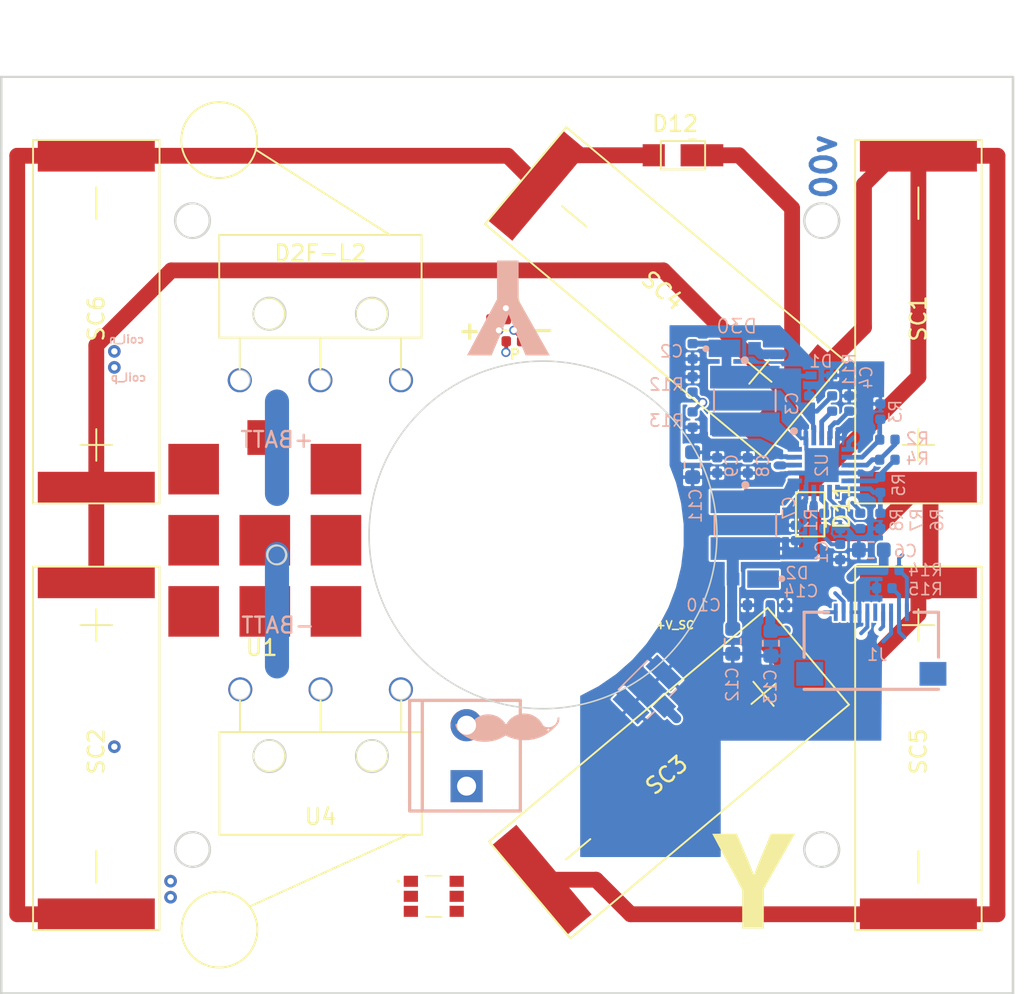
<source format=kicad_pcb>
(kicad_pcb (version 20171130) (host pcbnew "(5.1.4-0-10_14)")
  (layers (0 Top signal) (1 In1.Cu signal hide) (2 In2.Cu signal hide) (3 In3.Cu signal hide) (4 In4.Cu signal hide) (31 Bottom signal hide) (34 B.Paste user hide) (35 F.Paste user) (36 B.SilkS user hide) (37 F.SilkS user) (38 B.Mask user hide) (39 F.Mask user) (44 Edge.Cuts user))
  (net 0 "")
  (net 1 "Net-(D11-Pad2)")
  (net 2 GND)
  (net 3 VOUT_EN)
  (net 4 VSOLAR)
  (net 5 "Net-(C4-Pad1)")
  (net 6 +3V3)
  (net 7 /VBAT)
  (net 8 "Net-(C11-Pad1)")
  (net 9 "Net-(IC2-Pad2)")
  (net 10 SCL1)
  (net 11 SDA1)
  (net 12 COIL_N)
  (net 13 BATT_N)
  (net 14 BATT_P)
  (net 15 "Net-(L1-Pad2)")
  (net 16 "Net-(L2-Pad1)")
  (net 17 VBAT_OK)
  (net 18 "Net-(R5-Pad1)")
  (net 19 "Net-(R7-Pad1)")
  (net 20 BURN1)
  (net 21 COIL_P)
  (net 22 /coil)
  (net 23 "Net-(D11-Pad1)")
  (net 24 "Net-(IC2-Pad5)")
  (net 25 "Net-(R2-Pad2)")
  (net 26 "Net-(R2-Pad1)")
  (net 27 "Net-(R4-Pad1)")
  (net 28 "Net-(R11-Pad1)")
  (net 29 "Net-(J2-Pad3)")
  (net 30 "Net-(J3-Pad2)")
  (net 31 "Net-(J3-Pad1)")
  (net 32 "Net-(U4-Pad1)")
  (module solarpcb:D2F-L2-2 (layer Top) (at 133.17474 89.20734)
    (fp_text reference D2F-L2 (at 0 -8.05) (layer F.SilkS))
    (fp_text value D2F-L2-2)
    (pad 1 thru_hole circle (at 5.1 0) (size 1.524 1.524) (drill 1.2) (layers *.Cu *.Mask))
    (pad 2 thru_hole circle (at 0 0) (size 1.524 1.524) (drill 1.2) (layers *.Cu *.Mask))
    (pad 3 thru_hole circle (at -5.1 0) (size 1.524 1.524) (drill 1.2) (layers *.Cu *.Mask))
  )
  (module custom-footprints:ypanel (layer Bottom) (at 161.925 85.598)
    (fp_text reference Ref** hide)
    (fp_text value Val** hide)
  )
  (module custom-footprints:ypanel (layer Top) (at 177.43678 119.9388)
    (fp_text reference Ref** hide)
    (fp_text value Val** hide)
  )
  (module custom-footprints:D2F-L2 (layer Top) (at 133.18744 108.77042 180)
    (fp_text reference U4 (at 0 -8.05) (layer F.SilkS))
    (fp_text value SW_SPDT)
    (pad 1 thru_hole circle (at -5.08 0 180) (size 1.524 1.524) (drill 1.2) (layers *.Cu *.Mask) (net 32 "Net-(U4-Pad1)"))
    (pad 2 thru_hole circle (at 0 0 180) (size 1.524 1.524) (drill 1.2) (layers *.Cu *.Mask) (net 31 "Net-(J3-Pad1)"))
    (pad 3 thru_hole circle (at 5.08 0 180) (size 1.524 1.524) (drill 1.2) (layers *.Cu *.Mask) (net 13 BATT_N))
  )
  (module custom-footprints:SCREWTERMINAL-3.5MM-2_LOCK (layer Bottom) (at 142.42034 114.71402 90)
    (fp_text reference J3 hide)
    (fp_text value "BATTERY CONNECTOR")
    (pad 2 thru_hole circle (at 3.6778 0 90) (size 2.032 2.032) (drill 1.2) (layers *.Cu *.Mask) (net 30 "Net-(J3-Pad2)"))
    (pad 1 thru_hole rect (at -0.1778 0 90) (size 2.032 2.032) (drill 1.2) (layers *.Cu *.Mask) (net 31 "Net-(J3-Pad1)"))
  )
  (module custom-footprints:U.FL-R-SMT-1 (layer Bottom) (at 153.8605 108.7755 225)
    (fp_text reference J2 hide)
    (fp_text value U.FL-R-SMT-1 hide)
    (pad 3 smd rect (at 0 -1.525 135) (size 1.05 1.05) (layers Bottom B.Paste B.Mask) (net 29 "Net-(J2-Pad3)"))
    (pad 2 smd rect (at 1.475 0 225) (size 1.05 2.25) (layers Bottom B.Paste B.Mask) (net 2 GND))
    (pad 1 smd rect (at -1.475 0 225) (size 1.05 2.25) (layers Bottom B.Paste B.Mask) (net 2 GND))
  )
  (module custom-footprints:MICROSMP (layer Bottom) (at 159.385 87.1855)
    (fp_text reference D30 (at 0.127 -1.397) (layer B.SilkS) (effects (font (size 0.889 0.889) (thickness 0.1016)) (justify mirror)))
    (fp_text value MSS1P4-M3_89A hide)
    (pad 2 smd rect (at 1.25 0 270) (size 0.8 0.8) (layers Bottom B.Paste B.Mask) (net 23 "Net-(D11-Pad1)"))
    (pad 1 smd rect (at -0.65 0 270) (size 1.1 2) (layers Bottom B.Paste B.Mask) (net 4 VSOLAR))
  )
  (module custom-footprints:XF2M-1015-1A (layer Bottom) (at 168.021 103.886 180)
    (fp_text reference J1 (at -0.37186 -2.68404) (layer B.SilkS) (effects (font (size 0.762 0.762) (thickness 0.1016)) (justify mirror)))
    (fp_text value XF2M-1015-1A hide)
    (pad 12 smd rect (at 3.9 -3.9 90) (size 1.5 1.7) (layers Bottom B.Paste B.Mask))
    (pad 11 smd rect (at -3.9 -3.9 90) (size 1.5 1.7) (layers Bottom B.Paste B.Mask))
    (pad 10 smd rect (at 2.25 0 180) (size 0.25 1.1) (layers Bottom B.Paste B.Mask) (net 21 COIL_P))
    (pad 9 smd rect (at 1.75 0 180) (size 0.25 1.1) (layers Bottom B.Paste B.Mask) (net 12 COIL_N))
    (pad 8 smd rect (at 1.25 0 180) (size 0.25 1.1) (layers Bottom B.Paste B.Mask) (net 2 GND))
    (pad 7 smd rect (at 0.75 0 180) (size 0.25 1.1) (layers Bottom B.Paste B.Mask) (net 2 GND))
    (pad 6 smd rect (at 0.25 0 180) (size 0.25 1.1) (layers Bottom B.Paste B.Mask) (net 6 +3V3))
    (pad 5 smd rect (at -0.25 0 180) (size 0.25 1.1) (layers Bottom B.Paste B.Mask) (net 20 BURN1))
    (pad 4 smd rect (at -0.75 0 180) (size 0.25 1.1) (layers Bottom B.Paste B.Mask) (net 10 SCL1))
    (pad 3 smd rect (at -1.25 0 180) (size 0.25 1.1) (layers Bottom B.Paste B.Mask) (net 11 SDA1))
    (pad 2 smd rect (at -1.75 0 180) (size 0.25 1.1) (layers Bottom B.Paste B.Mask) (net 13 BATT_N))
    (pad 1 smd rect (at -2.25 0 180) (size 0.25 1.1) (layers Bottom B.Paste B.Mask) (net 14 BATT_P))
  )
  (module solarpcb:TSL2561 (layer Top) (at 140.3477 121.86412)
    (fp_text reference IC2 hide)
    (fp_text value TSL2561 hide)
    (pad 1 smd rect (at -1.45 -0.95 90) (size 0.7 0.9) (layers Top F.Paste F.Mask) (net 6 +3V3))
    (pad 2 smd rect (at -1.45 0 90) (size 0.7 0.9) (layers Top F.Paste F.Mask) (net 9 "Net-(IC2-Pad2)"))
    (pad 3 smd rect (at -1.45 0.95 90) (size 0.7 0.9) (layers Top F.Paste F.Mask) (net 2 GND))
    (pad 4 smd rect (at 1.45 0.95 90) (size 0.7 0.9) (layers Top F.Paste F.Mask) (net 10 SCL1))
    (pad 5 smd rect (at 1.45 0 90) (size 0.7 0.9) (layers Top F.Paste F.Mask) (net 24 "Net-(IC2-Pad5)"))
    (pad 6 smd rect (at 1.45 -0.95 90) (size 0.7 0.9) (layers Top F.Paste F.Mask) (net 11 SDA1))
  )
  (module solarpcb:SWLP-12-B (layer Top) (at 129.65938 99.33178 180)
    (fp_text reference U1 (at 0.2 -6.8) (layer F.SilkS))
    (fp_text value SWLP.12.B)
    (pad 9 smd rect (at 4.5 4.5 180) (size 3.2 3.2) (layers Top F.Paste F.Mask) (net 2 GND))
    (pad 8 smd rect (at 0 6.5 180) (size 2.2 2.2) (layers Top F.Paste F.Mask) (net 29 "Net-(J2-Pad3)"))
    (pad 7 smd rect (at -4.5 4.5 180) (size 3.2 3.2) (layers Top F.Paste F.Mask) (net 2 GND))
    (pad 6 smd rect (at 4.5 0 180) (size 3.2 3.2) (layers Top F.Paste F.Mask) (net 2 GND))
    (pad 5 smd rect (at 0 0 180) (size 3.2 3.2) (layers Top F.Paste F.Mask) (net 2 GND))
    (pad 4 smd rect (at -4.5 0 180) (size 3.2 3.2) (layers Top F.Paste F.Mask) (net 2 GND))
    (pad 3 smd rect (at 4.5 -4.5 180) (size 3.2 3.2) (layers Top F.Paste F.Mask) (net 2 GND))
    (pad 2 smd rect (at 0 -4.5 180) (size 3.2 3.2) (layers Top F.Paste F.Mask) (net 2 GND))
    (pad 1 smd rect (at -4.5 -4.5 180) (size 3.2 3.2) (layers Top F.Paste F.Mask) (net 2 GND))
  )
  (module solarpcb:KXOB25-05X3F (layer Top) (at 119 96 90)
    (fp_text reference SC6 (at 10.7 0 90) (layer F.SilkS))
    (fp_text value solarcell)
    (pad 1 smd rect (at 0 0 90) (size 2 7.4) (layers Top F.Paste F.Mask) (net 1 "Net-(D11-Pad2)"))
    (pad 2 smd rect (at 21 0 90) (size 2 7.4) (layers Top F.Paste F.Mask) (net 2 GND))
  )
  (module solarpcb:KXOB25-05X3F (layer Top) (at 171 102 270)
    (fp_text reference SC5 (at 10.7 0 90) (layer F.SilkS))
    (fp_text value solarcell)
    (pad 1 smd rect (at 0 0 270) (size 2 7.4) (layers Top F.Paste F.Mask) (net 23 "Net-(D11-Pad1)"))
    (pad 2 smd rect (at 21 0 270) (size 2 7.4) (layers Top F.Paste F.Mask) (net 1 "Net-(D11-Pad2)"))
  )
  (module solarpcb:KXOB25-05X3F (layer Top) (at 163.01212 90.3986 140)
    (fp_text reference SC4 (at 10.7 0 140) (layer F.SilkS))
    (fp_text value solarcell)
    (pad 1 smd rect (at 0 0 140) (size 2 7.4) (layers Top F.Paste F.Mask) (net 1 "Net-(D11-Pad2)"))
    (pad 2 smd rect (at 21 0 140) (size 2 7.4) (layers Top F.Paste F.Mask) (net 2 GND))
  )
  (module solarpcb:KXOB25-05X3F (layer Top) (at 163.2712 107.315 220)
    (fp_text reference SC3 (at 10.7 0 40) (layer F.SilkS))
    (fp_text value solarcell)
    (pad 1 smd rect (at 0 0 220) (size 2 7.4) (layers Top F.Paste F.Mask) (net 23 "Net-(D11-Pad1)"))
    (pad 2 smd rect (at 21 0 220) (size 2 7.4) (layers Top F.Paste F.Mask) (net 1 "Net-(D11-Pad2)"))
  )
  (module solarpcb:KXOB25-05X3F (layer Top) (at 119 102 270)
    (fp_text reference SC2 (at 10.7 0 90) (layer F.SilkS))
    (fp_text value solarcell)
    (pad 1 smd rect (at 0 0 270) (size 2 7.4) (layers Top F.Paste F.Mask) (net 1 "Net-(D11-Pad2)"))
    (pad 2 smd rect (at 21 0 270) (size 2 7.4) (layers Top F.Paste F.Mask) (net 2 GND))
  )
  (module solarpcb:KXOB25-05X3F (layer Top) (at 171 96 90)
    (fp_text reference SC1 (at 10.7 0 90) (layer F.SilkS))
    (fp_text value solarcell)
    (pad 1 smd rect (at 0 0 90) (size 2 7.4) (layers Top F.Paste F.Mask) (net 23 "Net-(D11-Pad1)"))
    (pad 2 smd rect (at 21 0 90) (size 2 7.4) (layers Top F.Paste F.Mask) (net 1 "Net-(D11-Pad2)"))
  )
  (module solarpcb:SB-Diode (layer Top) (at 156.10928 74.9681 180)
    (fp_text reference D12 (at 0.5 2) (layer F.SilkS))
    (fp_text value bypassdiode)
    (pad 1 smd rect (at -1.2 0 180) (size 2.7 1.4) (layers Top F.Paste F.Mask) (net 1 "Net-(D11-Pad2)"))
    (pad 2 smd rect (at 1.85 0 180) (size 1.4 1.4) (layers Top F.Paste F.Mask) (net 2 GND))
  )
  (module solarpcb:SB-Diode (layer Top) (at 164.15258 97.6884 90)
    (fp_text reference D11 (at 0.5 2 90) (layer F.SilkS))
    (fp_text value bypassdiode)
    (pad 1 smd rect (at -1.2 0 90) (size 2.7 1.4) (layers Top F.Paste F.Mask) (net 23 "Net-(D11-Pad1)"))
    (pad 2 smd rect (at 1.85 0 90) (size 1.4 1.4) (layers Top F.Paste F.Mask) (net 1 "Net-(D11-Pad2)"))
  )
  (module Resistor_SMD:R_0402_1005Metric (layer Top) (at 145.415 85.344 180)
    (fp_text reference R19 hide)
    (fp_text value 0)
    (pad 2 smd roundrect (at 0.485 0 180) (size 0.59 0.64) (layers Top F.Paste F.Mask) (net 12 COIL_N))
    (pad 1 smd roundrect (at -0.485 0 180) (size 0.59 0.64) (layers Top F.Paste F.Mask) (net 22 /coil))
  )
  (module Resistor_SMD:R_0402_1005Metric (layer Top) (at 144.44472 85.344 180)
    (fp_text reference R4 hide)
    (fp_text value 0)
    (pad 2 smd roundrect (at 0.485 0 180) (size 0.59 0.64) (layers Top F.Paste F.Mask) (net 22 /coil))
    (pad 1 smd roundrect (at -0.485 0 180) (size 0.59 0.64) (layers Top F.Paste F.Mask) (net 12 COIL_N))
  )
  (module Resistor_SMD:R_0402_1005Metric (layer Top) (at 145.415 86.741 180)
    (fp_text reference R3 hide)
    (fp_text value 0)
    (pad 2 smd roundrect (at 0.485 0 180) (size 0.59 0.64) (layers Top F.Paste F.Mask) (net 21 COIL_P))
    (pad 1 smd roundrect (at -0.485 0 180) (size 0.59 0.64) (layers Top F.Paste F.Mask) (net 22 /coil))
  )
  (module Resistor_SMD:R_0402_1005Metric (layer Top) (at 144.44472 86.741 180)
    (fp_text reference R2 hide)
    (fp_text value 0)
    (pad 2 smd roundrect (at 0.485 0 180) (size 0.59 0.64) (layers Top F.Paste F.Mask) (net 22 /coil))
    (pad 1 smd roundrect (at -0.485 0 180) (size 0.59 0.64) (layers Top F.Paste F.Mask) (net 21 COIL_P))
  )
  (module Capacitor_SMD:C_0603_1608Metric (layer Bottom) (at 168.021 99.949 180)
    (fp_text reference C6 (at -2.159 -0.0635 180) (layer B.SilkS) (effects (font (size 0.762 0.762) (thickness 0.1016)) (justify mirror)))
    (fp_text value 100uF)
    (pad 2 smd roundrect (at 0.7875 0 180) (size 0.875 0.95) (layers Bottom B.Paste B.Mask) (net 2 GND))
    (pad 1 smd roundrect (at -0.7875 0 180) (size 0.875 0.95) (layers Bottom B.Paste B.Mask) (net 7 /VBAT))
  )
  (module Capacitor_SMD:C_0402_1005Metric (layer Bottom) (at 158.278344 94.59466 270)
    (fp_text reference C9 (at 0.02034 -0.916156 90) (layer B.SilkS) (effects (font (size 0.762 0.762) (thickness 0.1016)) (justify mirror)))
    (fp_text value 0.1uF)
    (pad 2 smd roundrect (at 0.485 0 270) (size 0.59 0.64) (layers Bottom B.Paste B.Mask) (net 2 GND))
    (pad 1 smd roundrect (at -0.485 0 270) (size 0.59 0.64) (layers Bottom B.Paste B.Mask) (net 8 "Net-(C11-Pad1)"))
  )
  (module Capacitor_SMD:C_0603_1608Metric (layer Bottom) (at 161.671 105.8545 270)
    (fp_text reference C13 (at 2.7305 0.033 270) (layer B.SilkS) (effects (font (size 0.762 0.762) (thickness 0.1016)) (justify mirror)))
    (fp_text value 100uF)
    (pad 2 smd roundrect (at 0.7875 0 270) (size 0.875 0.95) (layers Bottom B.Paste B.Mask) (net 2 GND))
    (pad 1 smd roundrect (at -0.7875 0 270) (size 0.875 0.95) (layers Bottom B.Paste B.Mask) (net 6 +3V3))
  )
  (module misc-circuits:SOD523 (layer Bottom) (at 164.811 88.9)
    (fp_text reference D1 (at -0.7905 -1.3335) (layer B.SilkS) (effects (font (size 0.762 0.762) (thickness 0.1016)) (justify right top mirror)))
    (fp_text value BZT52C4V7t)
    (pad C smd rect (at -0.6 0) (size 0.7 0.5) (layers Bottom B.Paste B.Mask) (net 4 VSOLAR))
    (pad A smd rect (at 0.7 0) (size 0.7 0.5) (layers Bottom B.Paste B.Mask) (net 2 GND))
  )
  (module misc-circuits:QFN50P350X350X100-21N-D (layer Bottom) (at 164.882344 94.57466 270)
    (fp_text reference U2 (at 0 0 90) (layer B.SilkS) (effects (font (size 0.762 0.762) (thickness 0.1016)) (justify mirror)))
    (fp_text value Value hide)
    (pad 21 smd rect (at 0 0 270) (size 2.15 2.15) (layers Bottom B.Paste B.Mask) (net 2 GND))
    (pad 20 smd rect (at -1 1.7 270) (size 0.3 0.9) (layers Bottom B.Paste B.Mask) (net 15 "Net-(L1-Pad2)"))
    (pad 19 smd rect (at -0.5 1.7 270) (size 0.3 0.9) (layers Bottom B.Paste B.Mask) (net 8 "Net-(C11-Pad1)"))
    (pad 18 smd rect (at 0 1.7 270) (size 0.3 0.9) (layers Bottom B.Paste B.Mask) (net 7 /VBAT))
    (pad 17 smd rect (at 0.5 1.7 270) (size 0.3 0.9) (layers Bottom B.Paste B.Mask) (net 2 GND))
    (pad 16 smd rect (at 1 1.7 270) (size 0.3 0.9) (layers Bottom B.Paste B.Mask) (net 16 "Net-(L2-Pad1)"))
    (pad 15 smd rect (at 1.7 1 180) (size 0.3 0.9) (layers Bottom B.Paste B.Mask) (net 2 GND))
    (pad 14 smd rect (at 1.7 0.5 180) (size 0.3 0.9) (layers Bottom B.Paste B.Mask) (net 6 +3V3))
    (pad 13 smd rect (at 1.7 0 180) (size 0.3 0.9) (layers Bottom B.Paste B.Mask) (net 17 VBAT_OK))
    (pad 12 smd rect (at 1.7 -0.5 180) (size 0.3 0.9) (layers Bottom B.Paste B.Mask) (net 19 "Net-(R7-Pad1)"))
    (pad 11 smd rect (at 1.7 -1 180) (size 0.3 0.9) (layers Bottom B.Paste B.Mask) (net 18 "Net-(R5-Pad1)"))
    (pad 10 smd rect (at 1 -1.7 270) (size 0.3 0.9) (layers Bottom B.Paste B.Mask) (net 27 "Net-(R4-Pad1)"))
    (pad 9 smd rect (at 0.5 -1.7 270) (size 0.3 0.9) (layers Bottom B.Paste B.Mask) (net 2 GND))
    (pad 8 smd rect (at 0 -1.7 270) (size 0.3 0.9) (layers Bottom B.Paste B.Mask) (net 25 "Net-(R2-Pad2)"))
    (pad 7 smd rect (at -0.5 -1.7 270) (size 0.3 0.9) (layers Bottom B.Paste B.Mask) (net 26 "Net-(R2-Pad1)"))
    (pad 6 smd rect (at -1 -1.7 270) (size 0.3 0.9) (layers Bottom B.Paste B.Mask) (net 3 VOUT_EN))
    (pad 5 smd rect (at -1.7 -1 180) (size 0.3 0.9) (layers Bottom B.Paste B.Mask) (net 2 GND))
    (pad 4 smd rect (at -1.7 -0.5 180) (size 0.3 0.9) (layers Bottom B.Paste B.Mask) (net 5 "Net-(C4-Pad1)"))
    (pad 3 smd rect (at -1.7 0 180) (size 0.3 0.9) (layers Bottom B.Paste B.Mask) (net 28 "Net-(R11-Pad1)"))
    (pad 2 smd rect (at -1.7 0.5 180) (size 0.3 0.9) (layers Bottom B.Paste B.Mask) (net 4 VSOLAR))
    (pad 1 smd rect (at -1.7 1 180) (size 0.3 0.9) (layers Bottom B.Paste B.Mask) (net 2 GND))
  )
  (module custom-footprints:MICROSMP (layer Bottom) (at 160.528 101.7905 180)
    (fp_text reference D2 (at -2.794 0.381 180) (layer B.SilkS) (effects (font (size 0.762 0.762) (thickness 0.1016)) (justify mirror)))
    (fp_text value MSS1P4-M3_89A hide)
    (pad 2 smd rect (at 1.25 0 90) (size 0.8 0.8) (layers Bottom B.Paste B.Mask) (net 6 +3V3))
    (pad 1 smd rect (at -0.65 0 90) (size 1.1 2) (layers Bottom B.Paste B.Mask) (net 6 +3V3))
  )
  (module Resistor_SMD:R_0402_1005Metric (layer Bottom) (at 168.5925 91.186 270)
    (fp_text reference R3 (at 0 -0.9525 270) (layer B.SilkS) (effects (font (size 0.762 0.762) (thickness 0.1016)) (justify mirror)))
    (fp_text value 5.62M)
    (pad 2 smd roundrect (at 0.485 0 270) (size 0.59 0.64) (layers Bottom B.Paste B.Mask) (net 26 "Net-(R2-Pad1)"))
    (pad 1 smd roundrect (at -0.485 0 270) (size 0.59 0.64) (layers Bottom B.Paste B.Mask) (net 2 GND))
  )
  (module Resistor_SMD:R_0402_1005Metric (layer Bottom) (at 169.037 92.964)
    (fp_text reference R2 (at 1.905 -0.0635 180) (layer B.SilkS) (effects (font (size 0.762 0.762) (thickness 0.1016)) (justify mirror)))
    (fp_text value 7.32M)
    (pad 2 smd roundrect (at 0.485 0) (size 0.59 0.64) (layers Bottom B.Paste B.Mask) (net 25 "Net-(R2-Pad2)"))
    (pad 1 smd roundrect (at -0.485 0) (size 0.59 0.64) (layers Bottom B.Paste B.Mask) (net 26 "Net-(R2-Pad1)"))
  )
  (module Resistor_SMD:R_0402_1005Metric (layer Bottom) (at 156.718 91.694 90)
    (fp_text reference R13 (at -0.0635 -1.651) (layer B.SilkS) (effects (font (size 0.762 0.762) (thickness 0.1016)) (justify mirror)))
    (fp_text value 0)
    (pad 2 smd roundrect (at 0.485 0 90) (size 0.59 0.64) (layers Bottom B.Paste B.Mask) (net 28 "Net-(R11-Pad1)"))
    (pad 1 smd roundrect (at -0.485 0 90) (size 0.59 0.64) (layers Bottom B.Paste B.Mask) (net 8 "Net-(C11-Pad1)"))
  )
  (module Capacitor_SMD:C_0402_1005Metric (layer Bottom) (at 160.2105 94.59466 270)
    (fp_text reference C8 (at 0.02034 -0.9525 90) (layer B.SilkS) (effects (font (size 0.762 0.762) (thickness 0.1016)) (justify mirror)))
    (fp_text value 4.7uF)
    (pad 2 smd roundrect (at 0.485 0 270) (size 0.59 0.64) (layers Bottom B.Paste B.Mask) (net 2 GND))
    (pad 1 smd roundrect (at -0.485 0 270) (size 0.59 0.64) (layers Bottom B.Paste B.Mask) (net 8 "Net-(C11-Pad1)"))
  )
  (module Capacitor_SMD:C_0603_1608Metric (layer Bottom) (at 159.258 105.7275 270)
    (fp_text reference C12 (at 2.7305 0.033 270) (layer B.SilkS) (effects (font (size 0.762 0.762) (thickness 0.1016)) (justify mirror)))
    (fp_text value 100uF)
    (pad 2 smd roundrect (at 0.7875 0 270) (size 0.875 0.95) (layers Bottom B.Paste B.Mask) (net 2 GND))
    (pad 1 smd roundrect (at -0.7875 0 270) (size 0.875 0.95) (layers Bottom B.Paste B.Mask) (net 6 +3V3))
  )
  (module Capacitor_SMD:C_0402_1005Metric (layer Bottom) (at 162.1155 103.4415)
    (fp_text reference C14 (at 1.4605 -0.889) (layer B.SilkS) (effects (font (size 0.762 0.762) (thickness 0.1016)) (justify mirror)))
    (fp_text value 0.1uF)
    (pad 2 smd roundrect (at 0.485 0) (size 0.59 0.64) (layers Bottom B.Paste B.Mask) (net 2 GND))
    (pad 1 smd roundrect (at -0.485 0) (size 0.59 0.64) (layers Bottom B.Paste B.Mask) (net 6 +3V3))
  )
  (module Resistor_SMD:R_0402_1005Metric (layer Bottom) (at 169.037 94.234 180)
    (fp_text reference R4 (at -1.905 0.0635 180) (layer B.SilkS) (effects (font (size 0.762 0.762) (thickness 0.1016)) (justify mirror)))
    (fp_text value 374K)
    (pad 2 smd roundrect (at 0.485 0 180) (size 0.59 0.64) (layers Bottom B.Paste B.Mask) (net 25 "Net-(R2-Pad2)"))
    (pad 1 smd roundrect (at -0.485 0 180) (size 0.59 0.64) (layers Bottom B.Paste B.Mask) (net 27 "Net-(R4-Pad1)"))
  )
  (module Resistor_SMD:R_0402_1005Metric (layer Bottom) (at 166.0525 98.1075 90)
    (fp_text reference R8 (at 0.0635 3.583 90) (layer B.SilkS) (effects (font (size 0.762 0.762) (thickness 0.1016)) (justify mirror)))
    (fp_text value 4.75M)
    (pad 2 smd roundrect (at 0.485 0 90) (size 0.59 0.64) (layers Bottom B.Paste B.Mask) (net 19 "Net-(R7-Pad1)"))
    (pad 1 smd roundrect (at -0.485 0 90) (size 0.59 0.64) (layers Bottom B.Paste B.Mask) (net 2 GND))
  )
  (module Resistor_SMD:R_0402_1005Metric (layer Bottom) (at 168.5925 98.1075 90)
    (fp_text reference R6 (at 0.0635 3.583 90) (layer B.SilkS) (effects (font (size 0.762 0.762) (thickness 0.1016)) (justify mirror)))
    (fp_text value 4.53M)
    (pad 2 smd roundrect (at 0.485 0 90) (size 0.59 0.64) (layers Bottom B.Paste B.Mask) (net 18 "Net-(R5-Pad1)"))
    (pad 1 smd roundrect (at -0.485 0 90) (size 0.59 0.64) (layers Bottom B.Paste B.Mask) (net 2 GND))
  )
  (module Resistor_SMD:R_0402_1005Metric (layer Bottom) (at 167.3225 98.1075 90)
    (fp_text reference R7 (at 0.0635 3.583 90) (layer B.SilkS) (effects (font (size 0.762 0.762) (thickness 0.1016)) (justify mirror)))
    (fp_text value 8.25M)
    (pad 2 smd roundrect (at 0.485 0 90) (size 0.59 0.64) (layers Bottom B.Paste B.Mask) (net 25 "Net-(R2-Pad2)"))
    (pad 1 smd roundrect (at -0.485 0 90) (size 0.59 0.64) (layers Bottom B.Paste B.Mask) (net 19 "Net-(R7-Pad1)"))
  )
  (module Resistor_SMD:R_0402_1005Metric (layer Bottom) (at 168.5925 95.8215 90)
    (fp_text reference R5 (at 0 1.17 90) (layer B.SilkS) (effects (font (size 0.762 0.762) (thickness 0.1016)) (justify mirror)))
    (fp_text value 8.25M)
    (pad 2 smd roundrect (at 0.485 0 90) (size 0.59 0.64) (layers Bottom B.Paste B.Mask) (net 27 "Net-(R4-Pad1)"))
    (pad 1 smd roundrect (at -0.485 0 90) (size 0.59 0.64) (layers Bottom B.Paste B.Mask) (net 18 "Net-(R5-Pad1)"))
  )
  (module Resistor_SMD:R_0402_1005Metric (layer Bottom) (at 165.5445 90.678 90)
    (fp_text reference R11 (at 2.0955 1.0795 90) (layer B.SilkS) (effects (font (size 0.762 0.762) (thickness 0.1016)) (justify mirror)))
    (fp_text value 0)
    (pad 2 smd roundrect (at 0.485 0 90) (size 0.59 0.64) (layers Bottom B.Paste B.Mask) (net 4 VSOLAR))
    (pad 1 smd roundrect (at -0.485 0 90) (size 0.59 0.64) (layers Bottom B.Paste B.Mask) (net 28 "Net-(R11-Pad1)"))
  )
  (module Resistor_SMD:R_0402_1005Metric (layer Bottom) (at 156.718 89.4715 270)
    (fp_text reference R12 (at 0 1.651) (layer B.SilkS) (effects (font (size 0.762 0.762) (thickness 0.1016)) (justify mirror)))
    (fp_text value 0)
    (pad 2 smd roundrect (at 0.485 0 270) (size 0.59 0.64) (layers Bottom B.Paste B.Mask) (net 28 "Net-(R11-Pad1)"))
    (pad 1 smd roundrect (at -0.485 0 270) (size 0.59 0.64) (layers Bottom B.Paste B.Mask) (net 2 GND))
  )
  (module Resistor_SMD:R_0402_1005Metric (layer Bottom) (at 169.291 101.219 180)
    (fp_text reference R14 (at -2.159 0) (layer B.SilkS) (effects (font (size 0.762 0.762) (thickness 0.1016)) (justify mirror)))
    (fp_text value 0)
    (pad 2 smd roundrect (at 0.485 0 180) (size 0.59 0.64) (layers Bottom B.Paste B.Mask) (net 7 /VBAT))
    (pad 1 smd roundrect (at -0.485 0 180) (size 0.59 0.64) (layers Bottom B.Paste B.Mask) (net 14 BATT_P))
  )
  (module Resistor_SMD:R_0402_1005Metric (layer Bottom) (at 168.8465 102.362 180)
    (fp_text reference R15 (at -2.6035 -0.0635 180) (layer B.SilkS) (effects (font (size 0.762 0.762) (thickness 0.1016)) (justify mirror)))
    (fp_text value 0)
    (pad 2 smd roundrect (at 0.485 0 180) (size 0.59 0.64) (layers Bottom B.Paste B.Mask) (net 2 GND))
    (pad 1 smd roundrect (at -0.485 0 180) (size 0.59 0.64) (layers Bottom B.Paste B.Mask) (net 13 BATT_N))
  )
  (module Resistor_SMD:R_0402_1005Metric (layer Bottom) (at 165.0365 98.1075 270)
    (fp_text reference R1 (at -0.0635 0.8255 90) (layer B.SilkS) (effects (font (size 0.762 0.762) (thickness 0.1016)) (justify mirror)))
    (fp_text value 0)
    (pad 2 smd roundrect (at 0.485 0 270) (size 0.59 0.64) (layers Bottom B.Paste B.Mask) (net 3 VOUT_EN))
    (pad 1 smd roundrect (at -0.485 0 270) (size 0.59 0.64) (layers Bottom B.Paste B.Mask) (net 17 VBAT_OK))
  )
  (module misc-circuits:LPS4018 (layer Bottom) (at 160.05302 98.37674 270)
    (fp_text reference L2 hide)
    (fp_text value 10uH-LPS4018-103MR hide)
    (pad 2 smd rect (at 1.47955 0 270) (size 1.4351 4.3942) (layers Bottom B.Paste B.Mask) (net 6 +3V3))
    (pad 1 smd rect (at -1.47955 0 270) (size 1.4351 4.3942) (layers Bottom B.Paste B.Mask) (net 16 "Net-(L2-Pad1)"))
  )
  (module misc-circuits:LPS4018 (layer Bottom) (at 160.02 90.4875 270)
    (fp_text reference L1 hide)
    (fp_text value 22uH-LPS4018-223MR hide)
    (pad 2 smd rect (at 1.47955 0 270) (size 1.4351 4.3942) (layers Bottom B.Paste B.Mask) (net 15 "Net-(L1-Pad2)"))
    (pad 1 smd rect (at -1.47955 0 270) (size 1.4351 4.3942) (layers Bottom B.Paste B.Mask) (net 4 VSOLAR))
  )
  (module Capacitor_SMD:C_0603_1608Metric (layer Bottom) (at 156.718 94.5515 270)
    (fp_text reference C11 (at 2.6035 -0.1905 90) (layer B.SilkS) (effects (font (size 0.762 0.762) (thickness 0.1016)) (justify mirror)))
    (fp_text value 100uF)
    (pad 2 smd roundrect (at 0.7875 0 270) (size 0.875 0.95) (layers Bottom B.Paste B.Mask) (net 2 GND))
    (pad 1 smd roundrect (at -0.7875 0 270) (size 0.875 0.95) (layers Bottom B.Paste B.Mask) (net 8 "Net-(C11-Pad1)"))
  )
  (module Capacitor_SMD:C_0402_1005Metric (layer Bottom) (at 163.2585 98.8695 90)
    (fp_text reference C7 (at 1.5875 -0.4445 90) (layer B.SilkS) (effects (font (size 0.762 0.762) (thickness 0.1016)) (justify mirror)))
    (fp_text value 22uF)
    (pad 2 smd roundrect (at 0.485 0 90) (size 0.59 0.64) (layers Bottom B.Paste B.Mask) (net 2 GND))
    (pad 1 smd roundrect (at -0.485 0 90) (size 0.59 0.64) (layers Bottom B.Paste B.Mask) (net 6 +3V3))
  )
  (module Capacitor_SMD:C_0402_1005Metric (layer Bottom) (at 166.624 90.678 90)
    (fp_text reference C4 (at 1.651 1.0795 90) (layer B.SilkS) (effects (font (size 0.762 0.762) (thickness 0.1016)) (justify mirror)))
    (fp_text value 10nF)
    (pad 2 smd roundrect (at 0.485 0 90) (size 0.59 0.64) (layers Bottom B.Paste B.Mask) (net 2 GND))
    (pad 1 smd roundrect (at -0.485 0 90) (size 0.59 0.64) (layers Bottom B.Paste B.Mask) (net 5 "Net-(C4-Pad1)"))
  )
  (module Capacitor_SMD:C_0402_1005Metric (layer Bottom) (at 156.718 87.376 270)
    (fp_text reference C2 (at 0 1.3335) (layer B.SilkS) (effects (font (size 0.762 0.762) (thickness 0.1016)) (justify mirror)))
    (fp_text value 0.1uF)
    (pad 2 smd roundrect (at 0.485 0 270) (size 0.59 0.64) (layers Bottom B.Paste B.Mask) (net 2 GND))
    (pad 1 smd roundrect (at -0.485 0 270) (size 0.59 0.64) (layers Bottom B.Paste B.Mask) (net 4 VSOLAR))
  )
  (module Capacitor_SMD:C_0402_1005Metric (layer Bottom) (at 159.7025 103.4415)
    (fp_text reference C10 (at -2.286 0 180) (layer B.SilkS) (effects (font (size 0.762 0.762) (thickness 0.1016)) (justify mirror)))
    (fp_text value 0.1uF)
    (pad 2 smd roundrect (at 0.485 0) (size 0.59 0.64) (layers Bottom B.Paste B.Mask) (net 2 GND))
    (pad 1 smd roundrect (at -0.485 0) (size 0.59 0.64) (layers Bottom B.Paste B.Mask) (net 6 +3V3))
  )
  (module Capacitor_SMD:C_0402_1005Metric (layer Bottom) (at 164.084 90.678 90)
    (fp_text reference C3 (at 0 -1.0795 90) (layer B.SilkS) (effects (font (size 0.762 0.762) (thickness 0.1016)) (justify mirror)))
    (fp_text value 4.7uF)
    (pad 2 smd roundrect (at 0.485 0 90) (size 0.59 0.64) (layers Bottom B.Paste B.Mask) (net 2 GND))
    (pad 1 smd roundrect (at -0.485 0 90) (size 0.59 0.64) (layers Bottom B.Paste B.Mask) (net 4 VSOLAR))
  )
  (module Capacitor_SMD:C_0402_1005Metric (layer Bottom) (at 166.0525 100.076 270)
    (fp_text reference C1 (at 0 1.17 90) (layer B.SilkS) (effects (font (size 0.762 0.762) (thickness 0.1016)) (justify mirror)))
    (fp_text value 1.0uF)
    (pad 2 smd roundrect (at 0.485 0 270) (size 0.59 0.64) (layers Bottom B.Paste B.Mask) (net 2 GND))
    (pad 1 smd roundrect (at -0.485 0 270) (size 0.59 0.64) (layers Bottom B.Paste B.Mask) (net 3 VOUT_EN))
  )
  (gr_circle (center 164.85944 79.09306) (end 163.75944 79.09306) (layer Edge.Cuts) (width 0.1))
  (gr_line (start 176.95944 127.99306) (end 176.95944 69.99306) (layer Edge.Cuts) (width 0.1))
  (gr_circle (center 125.05944 79.09306) (end 123.95944 79.09306) (layer Edge.Cuts) (width 0.1))
  (gr_line (start 176.95944 127.99306) (end 112.95944 127.99306) (layer Edge.Cuts) (width 0.1))
  (gr_line (start 112.95944 69.99306) (end 176.95944 69.99306) (layer Edge.Cuts) (width 0.1))
  (gr_circle (center 129.95944 84.99306) (end 128.929876 84.99306) (layer Edge.Cuts) (width 0.1))
  (gr_circle (center 164.85944 118.89306) (end 163.75944 118.89306) (layer Edge.Cuts) (width 0.1))
  (gr_circle (center 164.85944 79.09306) (end 163.75944 79.09306) (layer Edge.Cuts) (width 0.1))
  (gr_line (start 176.95944 69.99306) (end 112.95944 69.99306) (layer Edge.Cuts) (width 0.1))
  (gr_circle (center 138.268439 108.792062) (end 137.668439 108.792062) (layer Edge.Cuts) (width 0.1))
  (gr_circle (center 129.95944 112.993062) (end 128.929876 112.993062) (layer Edge.Cuts) (width 0.1))
  (gr_circle (center 147.25544 98.993061) (end 136.25544 98.993061) (layer Edge.Cuts) (width 0.1))
  (gr_line (start 112.95944 127.99306) (end 112.95944 69.99306) (layer Edge.Cuts) (width 0.1))
  (gr_circle (center 125.05944 118.89306) (end 123.95944 118.89306) (layer Edge.Cuts) (width 0.1))
  (gr_circle (center 128.10844 108.792062) (end 127.508439 108.792062) (layer Edge.Cuts) (width 0.1))
  (gr_circle (center 130.38844 100.24686) (end 129.78844 100.24686) (layer Edge.Cuts) (width 0.1))
  (gr_circle (center 133.18844 108.792062) (end 132.58844 108.792062) (layer Edge.Cuts) (width 0.1))
  (gr_circle (center 164.85944 118.89306) (end 163.75944 118.89306) (layer Edge.Cuts) (width 0.1))
  (gr_circle (center 136.43444 84.99306) (end 135.404876 84.99306) (layer Edge.Cuts) (width 0.1))
  (gr_circle (center 138.268439 89.19406) (end 137.668439 89.19406) (layer Edge.Cuts) (width 0.1))
  (gr_circle (center 133.18844 89.19406) (end 132.58844 89.19406) (layer Edge.Cuts) (width 0.1))
  (gr_circle (center 136.43444 112.993062) (end 135.404876 112.993062) (layer Edge.Cuts) (width 0.1))
  (gr_circle (center 128.10844 89.19406) (end 127.508439 89.19406) (layer Edge.Cuts) (width 0.1))
  (gr_circle (center 125.05944 118.89306) (end 123.95944 118.89306) (layer Edge.Cuts) (width 0.1))
  (gr_circle (center 130.38844 100.24686) (end 129.788439 100.24686) (layer Edge.Cuts) (width 0.1))
  (gr_line (start 176.95944 69.99306) (end 176.95944 127.99306) (layer Edge.Cuts) (width 0.1))
  (gr_line (start 112.95944 127.99306) (end 176.95944 127.99306) (layer Edge.Cuts) (width 0.1))
  (gr_line (start 112.95944 69.99306) (end 112.95944 127.99306) (layer Edge.Cuts) (width 0.1))
  (gr_circle (center 125.05944 79.09306) (end 123.95944 79.09306) (layer Edge.Cuts) (width 0.1))
  (gr_line (start 113.00752 128.016) (end 113.00752 70.016) (layer Edge.Cuts) (width 0.1))
  (gr_line (start 177.00752 70.016) (end 177.00752 128.016) (layer Edge.Cuts) (width 0.1))
  (gr_line (start 113.00752 70.016) (end 177.00752 70.016) (layer Edge.Cuts) (width 0.1))
  (gr_line (start 113.00752 128.016) (end 113.00752 70.016) (layer Edge.Cuts) (width 0.1))
  (gr_line (start 177.00752 128.016) (end 113.00752 128.016) (layer Edge.Cuts) (width 0.1))
  (gr_circle (center 164.90752 118.916) (end 163.80752 118.916) (layer Edge.Cuts) (width 0.1))
  (gr_circle (center 125.10752 118.916) (end 124.00752 118.916) (layer Edge.Cuts) (width 0.1))
  (gr_circle (center 164.90752 79.116) (end 163.80752 79.116) (layer Edge.Cuts) (width 0.1))
  (gr_circle (center 125.10752 79.116) (end 124.00752 79.116) (layer Edge.Cuts) (width 0.1))
  (gr_circle (center 130.43652 100.2698) (end 129.83652 100.2698) (layer Edge.Cuts) (width 0.1))
  (gr_circle (center 164.90752 118.916) (end 163.80752 118.916) (layer Edge.Cuts) (width 0.1))
  (gr_circle (center 125.10752 118.916) (end 124.00752 118.916) (layer Edge.Cuts) (width 0.1))
  (gr_circle (center 164.90752 79.116) (end 163.80752 79.116) (layer Edge.Cuts) (width 0.1))
  (gr_circle (center 125.10752 79.116) (end 124.00752 79.116) (layer Edge.Cuts) (width 0.1))
  (gr_circle (center 130.43652 100.2698) (end 129.83652 100.2698) (layer Edge.Cuts) (width 0.1))
  (gr_line (start 177.00752 70.016) (end 177.00752 128.016) (layer Edge.Cuts) (width 0.1))
  (gr_line (start 113.00752 70.016) (end 177.00752 70.016) (layer Edge.Cuts) (width 0.1))
  (gr_line (start 177.00752 128.016) (end 113.00752 128.016) (layer Edge.Cuts) (width 0.1))
  (gr_text coil_p (at 121.031 89.027) (layer B.SilkS) (effects (font (size 0.5 0.5) (thickness 0.1)) (justify mirror)))
  (gr_text coil_n (at 120.904 86.614) (layer B.SilkS) (effects (font (size 0.5 0.5) (thickness 0.1)) (justify mirror)))
  (gr_text v00 (at 165.0365 75.692 90) (layer Bottom) (effects (font (size 1.5 1.5) (thickness 0.3)) (justify mirror)))
  (gr_arc (start 143.574141 109.693751) (end 141.863254 111.278742) (angle -82.04197582) (layer B.SilkS) (width 0.12))
  (gr_arc (start 142.230911 110.957393) (end 141.773712 111.008192) (angle -141.654425) (layer B.SilkS) (width 0.12))
  (gr_arc (start 143.7894 111.6584) (end 144.932399 111.150401) (angle -134.2361015) (layer B.SilkS) (width 0.12))
  (gr_arc (start 146.100799 109.372401) (end 144.9578 111.6584) (angle -74.57783868) (layer B.SilkS) (width 0.12))
  (gr_arc (start 147.5994 110.5916) (end 147.2184 111.0996) (angle -126.8699157) (layer B.SilkS) (width 0.12))
  (gr_arc (start 146.0754 111.6076) (end 147.218399 111.099601) (angle -134.2361015) (layer B.SilkS) (width 0.12))
  (gr_text +BATT (at 130.429 92.964) (layer B.SilkS) (effects (font (size 1 1)) (justify mirror)))
  (gr_text "-BATT\n" (at 130.4925 104.7115) (layer B.SilkS) (effects (font (size 1 1)) (justify mirror)))
  (gr_text "+V_SC\n" (at 155.6 104.7) (layer F.SilkS) (effects (font (size 0.5 0.5) (thickness 0.1))))
  (gr_circle (center 164.9 79.1) (end 166 79.1) (layer Edge.Cuts) (width 0.05))
  (gr_circle (center 125.1 79.1) (end 126.2 79.1) (layer Edge.Cuts) (width 0.05))
  (gr_circle (center 164.9 118.9) (end 166 118.9) (layer Edge.Cuts) (width 0.05))
  (gr_circle (center 125.1 118.9) (end 126.2 118.9) (layer Edge.Cuts) (width 0.12))
  (gr_line (start 177 70) (end 113 70) (layer Edge.Cuts) (width 0.1))
  (gr_line (start 113 128) (end 177 128) (layer Edge.Cuts) (width 0.1))
  (gr_line (start 177 128) (end 177 70) (layer Edge.Cuts) (width 0.1))
  (gr_line (start 113 70) (end 113 128) (layer Edge.Cuts) (width 0.1))
  (gr_text - (at 147.2565 85.979) (layer F.SilkS) (effects (font (size 1.143 1.143) (thickness 0.2032))))
  (gr_text P (at 145.4785 87.5665) (layer F.SilkS) (effects (font (size 0.635 0.635) (thickness 0.127))))
  (gr_text N (at 145.542 84.3915 180) (layer F.SilkS) (effects (font (size 0.635 0.635) (thickness 0.127))))
  (gr_text + (at 142.621 86.0425) (layer F.SilkS) (effects (font (size 1.143 1.143) (thickness 0.2032))))
  (gr_line (start 143.8275 86.0425) (end 143.51 86.0425) (layer F.SilkS) (width 0.12))
  (gr_line (start 145.034 86.0425) (end 144.7165 86.0425) (layer F.SilkS) (width 0.12))
  (gr_line (start 144.0815 86.0425) (end 144.399 86.0425) (layer F.SilkS) (width 0.12))
  (gr_line (start 145.415 86.0425) (end 145.7325 86.0425) (layer F.SilkS) (width 0.12))
  (gr_line (start 146.3675 86.0425) (end 146.05 86.0425) (layer F.SilkS) (width 0.12))
  (segment (start 119 96) (end 119 102) (width 1) (layer Top) (net 1))
  (segment (start 176 123) (end 171 123) (width 1) (layer Top) (net 1))
  (segment (start 176 75) (end 176 123) (width 1) (layer Top) (net 1))
  (segment (start 171 75) (end 176 75) (width 1) (layer Top) (net 1))
  (segment (start 171 123) (end 152.79674 123) (width 1) (layer Top) (net 1))
  (segment (start 150.61028 120.81354) (end 147.184267 120.81354) (width 1) (layer Top) (net 1))
  (segment (start 152.79674 123) (end 150.61028 120.81354) (width 1) (layer Top) (net 1))
  (segment (start 171 88.99098) (end 164.15258 95.8384) (width 1) (layer Top) (net 1))
  (segment (start 171 75) (end 171 88.99098) (width 1) (layer Top) (net 1))
  (segment (start 154.86675 82.25323) (end 162.231603 89.618083) (width 1) (layer Top) (net 1))
  (segment (start 119 86.998038) (end 123.744808 82.25323) (width 1) (layer Top) (net 1))
  (segment (start 162.231603 89.618083) (end 163.01212 90.3986) (width 1) (layer Top) (net 1))
  (segment (start 123.744808 82.25323) (end 154.86675 82.25323) (width 1) (layer Top) (net 1))
  (segment (start 119 96) (end 119 86.998038) (width 1) (layer Top) (net 1))
  (segment (start 167.55872 85.852) (end 163.01212 90.3986) (width 1) (layer Top) (net 1))
  (segment (start 167.55872 76.81722) (end 167.55872 85.852) (width 1) (layer Top) (net 1))
  (segment (start 169.37594 75) (end 167.55872 76.81722) (width 1) (layer Top) (net 1))
  (segment (start 171 75) (end 169.37594 75) (width 1) (layer Top) (net 1))
  (segment (start 163.01212 78.32094) (end 163.01212 88.742877) (width 1) (layer Top) (net 1))
  (segment (start 159.65928 74.9681) (end 163.01212 78.32094) (width 1) (layer Top) (net 1))
  (segment (start 163.01212 88.742877) (end 163.01212 90.3986) (width 1) (layer Top) (net 1))
  (segment (start 157.30928 74.9681) (end 159.65928 74.9681) (width 1) (layer Top) (net 1))
  (segment (start 114 123) (end 119 123) (width 1) (layer Top) (net 2))
  (segment (start 114 75) (end 114 123) (width 1) (layer Top) (net 2))
  (segment (start 119 75) (end 114 75) (width 1) (layer Top) (net 2))
  (segment (start 163.911745 95.572115) (end 164.29228 95.19158) (width 0.254) (layer Bottom) (net 2))
  (segment (start 162.917376 95.07466) (end 162.876666 95.11537) (width 0.2286) (layer Bottom) (net 2))
  (segment (start 163.882344 92.87466) (end 163.911745 92.904061) (width 0.254) (layer Bottom) (net 2))
  (segment (start 163.799406 92.275111) (end 163.507307 91.983012) (width 0.2032) (layer Bottom) (net 2))
  (segment (start 163.69434 96.27466) (end 163.576 96.393) (width 0.29972) (layer Bottom) (net 2))
  (segment (start 163.882344 96.27466) (end 163.69434 96.27466) (width 0.29972) (layer Bottom) (net 2))
  (segment (start 163.882344 96.721656) (end 163.5125 97.0915) (width 0.29972) (layer Bottom) (net 2))
  (segment (start 163.911745 93.602005) (end 164.19068 93.88094) (width 0.254) (layer Bottom) (net 2))
  (segment (start 165.81366 95.07466) (end 165.7985 95.0595) (width 0.29972) (layer Bottom) (net 2))
  (segment (start 165.882344 92.588056) (end 166.1541 92.3163) (width 0.29972) (layer Bottom) (net 2))
  (segment (start 164.272744 93.96506) (end 164.272744 93.93426) (width 0.2032) (layer Bottom) (net 2))
  (segment (start 164.882344 94.57466) (end 164.272744 93.96506) (width 0.2032) (layer Bottom) (net 2))
  (segment (start 165.882344 92.87466) (end 166.15708 92.87466) (width 0.29972) (layer Bottom) (net 2))
  (segment (start 164.882344 94.57466) (end 164.272744 95.18426) (width 0.2032) (layer Bottom) (net 2))
  (segment (start 163.882344 92.92466) (end 163.882344 92.358049) (width 0.2032) (layer Bottom) (net 2))
  (segment (start 163.882344 92.358049) (end 163.799406 92.275111) (width 0.2032) (layer Bottom) (net 2))
  (segment (start 163.882344 96.27466) (end 163.911745 96.245259) (width 0.254) (layer Bottom) (net 2))
  (segment (start 165.852943 93.613137) (end 165.7604 93.70568) (width 0.254) (layer Bottom) (net 2))
  (segment (start 166.15708 92.87466) (end 166.16172 92.87002) (width 0.29972) (layer Bottom) (net 2))
  (segment (start 166.582344 95.07466) (end 165.81366 95.07466) (width 0.29972) (layer Bottom) (net 2))
  (segment (start 165.882344 92.87466) (end 165.882344 92.588056) (width 0.29972) (layer Bottom) (net 2))
  (segment (start 165.882344 92.87466) (end 165.852943 92.904061) (width 0.254) (layer Bottom) (net 2))
  (segment (start 165.852943 92.904061) (end 165.852943 93.613137) (width 0.254) (layer Bottom) (net 2))
  (segment (start 163.911745 92.904061) (end 163.911745 93.602005) (width 0.254) (layer Bottom) (net 2))
  (segment (start 163.911745 96.245259) (end 163.911745 95.572115) (width 0.254) (layer Bottom) (net 2))
  (segment (start 163.182344 95.07466) (end 164.03566 95.07466) (width 0.29972) (layer Bottom) (net 2))
  (segment (start 165.491944 93.96506) (end 165.517344 93.93426) (width 0.2032) (layer Bottom) (net 2))
  (segment (start 163.882344 96.22466) (end 163.882344 96.61066) (width 0.2032) (layer Bottom) (net 2))
  (segment (start 164.882344 94.57466) (end 165.491944 93.96506) (width 0.2032) (layer Bottom) (net 2))
  (segment (start 164.272744 95.18426) (end 164.272744 95.20426) (width 0.2032) (layer Bottom) (net 2))
  (segment (start 162.876666 95.11537) (end 162.74543 95.11537) (width 0.2286) (layer Bottom) (net 2))
  (segment (start 164.03566 95.07466) (end 164.084 95.123) (width 0.29972) (layer Bottom) (net 2))
  (segment (start 163.882344 96.27466) (end 163.882344 96.721656) (width 0.29972) (layer Bottom) (net 2))
  (segment (start 163.232344 95.07466) (end 162.917376 95.07466) (width 0.2286) (layer Bottom) (net 2))
  (segment (start 165.8874 92.919604) (end 165.8874 92.7227) (width 0.2286) (layer Bottom) (net 2))
  (segment (start 162.74543 95.11537) (end 162.5854 95.2754) (width 0.2286) (layer Bottom) (net 2))
  (segment (start 145.025127 75) (end 146.925187 76.90006) (width 1) (layer Top) (net 2))
  (segment (start 119 75) (end 145.025127 75) (width 1) (layer Top) (net 2))
  (segment (start 148.857147 74.9681) (end 146.925187 76.90006) (width 1) (layer Top) (net 2))
  (segment (start 154.25928 74.9681) (end 148.857147 74.9681) (width 1) (layer Top) (net 2))
  (segment (start 165.0365 99.06) (end 165.0365 98.5925) (width 0.24892) (layer Bottom) (net 3))
  (segment (start 165.0365 99.1235) (end 165.227 99.314) (width 0.24892) (layer Bottom) (net 3))
  (segment (start 165.0365 99.06) (end 165.0365 99.1235) (width 0.24892) (layer Bottom) (net 3))
  (segment (start 166.582344 93.132656) (end 166.878 92.837) (width 0.29972) (layer Bottom) (net 3))
  (segment (start 166.582344 93.57466) (end 166.582344 93.132656) (width 0.29972) (layer Bottom) (net 3))
  (segment (start 165.504 99.591) (end 165.227 99.314) (width 0.24892) (layer Bottom) (net 3))
  (segment (start 166.0525 99.591) (end 165.504 99.591) (width 0.24892) (layer Bottom) (net 3))
  (segment (start 164.084 88.9405) (end 163.4895 88.9405) (width 0.29972) (layer Bottom) (net 4))
  (segment (start 164.3888 92.456254) (end 164.3888 92.1385) (width 0.29972) (layer Bottom) (net 4))
  (segment (start 165.5445 90.193) (end 164.5745 91.163) (width 0.29972) (layer Bottom) (net 4))
  (segment (start 164.5745 91.163) (end 164.084 91.163) (width 0.29972) (layer Bottom) (net 4))
  (segment (start 164.382344 92.46271) (end 164.3888 92.456254) (width 0.2286) (layer Bottom) (net 4))
  (segment (start 164.382344 92.92466) (end 164.382344 92.46271) (width 0.2286) (layer Bottom) (net 4))
  (segment (start 156.718 86.891) (end 158.5675 86.891) (width 0.381) (layer Bottom) (net 4))
  (segment (start 158.862 87.1855) (end 158.862 88.885) (width 0.6096) (layer Bottom) (net 4))
  (segment (start 158.862 88.885) (end 158.877 88.9) (width 0.6096) (layer Bottom) (net 4))
  (segment (start 165.430083 92.826921) (end 165.430083 92.171637) (width 0.29972) (layer Bottom) (net 5))
  (segment (start 165.89488 91.89212) (end 166.624 91.163) (width 0.29972) (layer Bottom) (net 5))
  (segment (start 165.382344 92.87466) (end 165.430083 92.826921) (width 0.29972) (layer Bottom) (net 5))
  (segment (start 165.7096 91.89212) (end 165.89488 91.89212) (width 0.29972) (layer Bottom) (net 5))
  (segment (start 165.430083 92.171637) (end 165.7096 91.89212) (width 0.29972) (layer Bottom) (net 5))
  (segment (start 167.771 104.823819) (end 167.678099 104.91672) (width 0.24892) (layer Bottom) (net 6))
  (segment (start 161.6305 105.0265) (end 161.671 105.067) (width 0.6096) (layer Bottom) (net 6))
  (segment (start 162.5855 105.067) (end 162.6235 105.029) (width 0.6096) (layer Bottom) (net 6))
  (segment (start 161.671 105.067) (end 162.5855 105.067) (width 0.6096) (layer Bottom) (net 6))
  (segment (start 167.771 103.886) (end 167.771 104.823819) (width 0.24892) (layer Bottom) (net 6))
  (segment (start 167.678099 104.91672) (end 167.376209 105.21861) (width 0.24892) (layer Bottom) (net 6))
  (segment (start 161.6305 103.4415) (end 161.6305 105.0265) (width 0.6096) (layer Bottom) (net 6))
  (segment (start 164.382344 97.02438) (end 164.382344 97.745656) (width 0.508) (layer Bottom) (net 6))
  (segment (start 164.382344 96.27466) (end 164.382344 97.02438) (width 0.29972) (layer Bottom) (net 6))
  (segment (start 159.2175 103.4415) (end 159.2175 101.9145) (width 0.635) (layer Bottom) (net 6))
  (segment (start 159.2175 103.4415) (end 159.2175 104.925) (width 0.635) (layer Bottom) (net 6))
  (segment (start 161.42843 99.3267) (end 162.5473 99.3267) (width 0.29972) (layer Bottom) (net 6))
  (segment (start 159.2175 104.925) (end 159.258 104.9655) (width 0.635) (layer Bottom) (net 6))
  (segment (start 159.258 101.7905) (end 159.258 100.31) (width 0.762) (layer Bottom) (net 6))
  (segment (start 159.2175 101.9145) (end 159.3415 101.7905) (width 0.635) (layer Bottom) (net 6))
  (segment (start 159.3415 100.31) (end 159.9565 99.695) (width 0.2286) (layer Bottom) (net 6))
  (segment (start 161.47923 100.3935) (end 162.4965 100.3935) (width 0.29972) (layer Bottom) (net 6))
  (segment (start 162.453 94.57466) (end 162.433 94.59466) (width 0.29972) (layer Bottom) (net 7))
  (segment (start 162.088344 94.59466) (end 162.433 94.59466) (width 0.508) (layer Bottom) (net 7))
  (segment (start 163.182344 94.57466) (end 162.453 94.57466) (width 0.29972) (layer Bottom) (net 7))
  (segment (start 162.108344 94.57466) (end 162.088344 94.59466) (width 0.2032) (layer Bottom) (net 7))
  (segment (start 168.806 99.9515) (end 168.8085 99.949) (width 0.6096) (layer Bottom) (net 7))
  (segment (start 168.806 101.219) (end 168.806 99.9515) (width 0.6096) (layer Bottom) (net 7))
  (segment (start 167.043099 101.371401) (end 166.751 101.6635) (width 0.6096) (layer Bottom) (net 7))
  (segment (start 167.1955 101.219) (end 167.043099 101.371401) (width 0.6096) (layer Bottom) (net 7))
  (segment (start 168.806 101.219) (end 167.1955 101.219) (width 0.6096) (layer Bottom) (net 7))
  (segment (start 162.663414 94.03839) (end 162.306 94.03839) (width 0.29972) (layer Bottom) (net 8))
  (segment (start 162.699684 94.07466) (end 162.663414 94.03839) (width 0.29972) (layer Bottom) (net 8))
  (segment (start 163.182344 94.07466) (end 162.699684 94.07466) (width 0.29972) (layer Bottom) (net 8))
  (segment (start 168.771 103.886) (end 168.771 104.786998) (width 0.24892) (layer Bottom) (net 10))
  (segment (start 168.771 104.786998) (end 168.592498 104.9655) (width 0.24892) (layer Bottom) (net 10))
  (segment (start 169.271 105.240965) (end 168.783225 105.72874) (width 0.24892) (layer Bottom) (net 11))
  (segment (start 169.271 103.886) (end 169.271 105.240965) (width 0.24892) (layer Bottom) (net 11))
  (segment (start 166.271 103.886) (end 166.271 103.2155) (width 0.25) (layer Bottom) (net 12))
  (segment (start 166.271 103.2155) (end 165.735 102.6795) (width 0.25) (layer Bottom) (net 12))
  (via (at 144.907 84.6455) (size 0.5842) (drill 0.381) (layers Top Bottom) (net 12))
  (segment (start 144.92972 84.66822) (end 144.907 84.6455) (width 0.24892) (layer Top) (net 12))
  (segment (start 144.92972 85.344) (end 144.92972 84.66822) (width 0.24892) (layer Top) (net 12))
  (segment (start 169.771 102.8015) (end 169.3315 102.362) (width 0.24892) (layer Bottom) (net 13))
  (segment (start 169.771 103.886) (end 169.771 102.8015) (width 0.24892) (layer Bottom) (net 13))
  (segment (start 169.771 105.128) (end 170.1165 105.4735) (width 0.25) (layer Bottom) (net 13))
  (segment (start 169.771 103.886) (end 169.771 105.128) (width 0.25) (layer Bottom) (net 13))
  (segment (start 170.271 101.714) (end 169.776 101.219) (width 0.24892) (layer Bottom) (net 14))
  (segment (start 170.271 103.886) (end 170.271 101.714) (width 0.24892) (layer Bottom) (net 14))
  (segment (start 169.776 101.219) (end 169.776 100.48) (width 0.25) (layer Bottom) (net 14))
  (segment (start 169.776 100.48) (end 169.9895 100.2665) (width 0.25) (layer Bottom) (net 14))
  (segment (start 165.1635 97.054773) (end 165.1635 97.4955) (width 0.29972) (layer Bottom) (net 17))
  (segment (start 164.882344 96.737656) (end 164.882344 96.773617) (width 0.29972) (layer Bottom) (net 17))
  (segment (start 164.882344 96.773617) (end 165.1635 97.054773) (width 0.29972) (layer Bottom) (net 17))
  (segment (start 165.1635 97.4955) (end 165.0365 97.6225) (width 0.29972) (layer Bottom) (net 17))
  (segment (start 164.882344 96.27466) (end 164.882344 96.737656) (width 0.29972) (layer Bottom) (net 17))
  (segment (start 164.882344 96.737656) (end 164.882324 96.737676) (width 0.29972) (layer Bottom) (net 17))
  (segment (start 168.5925 96.3065) (end 168.5925 97.6225) (width 0.29972) (layer Bottom) (net 18))
  (segment (start 165.882344 96.245656) (end 166.0525 96.0755) (width 0.29972) (layer Bottom) (net 18))
  (segment (start 165.882344 96.27466) (end 165.882344 96.245656) (width 0.29972) (layer Bottom) (net 18))
  (segment (start 166.0525 96.0755) (end 167.9415 96.0755) (width 0.29972) (layer Bottom) (net 18))
  (segment (start 167.9415 96.0755) (end 168.1725 96.3065) (width 0.29972) (layer Bottom) (net 18))
  (segment (start 168.1725 96.3065) (end 168.5925 96.3065) (width 0.29972) (layer Bottom) (net 18))
  (segment (start 166.0525 97.390574) (end 166.0525 97.663) (width 0.2286) (layer Bottom) (net 19))
  (segment (start 165.382344 96.27466) (end 165.382344 96.720418) (width 0.2286) (layer Bottom) (net 19))
  (segment (start 167.0225 98.5925) (end 166.0525 97.6225) (width 0.2286) (layer Bottom) (net 19))
  (segment (start 165.382344 96.720418) (end 166.0525 97.390574) (width 0.2286) (layer Bottom) (net 19))
  (segment (start 167.259 98.5925) (end 167.0225 98.5925) (width 0.2286) (layer Bottom) (net 19))
  (segment (start 165.771 103.886) (end 165.0365 103.886) (width 0.25) (layer Bottom) (net 21))
  (via (at 144.907 87.4395) (size 0.5842) (drill 0.381) (layers Top Bottom) (net 21))
  (segment (start 144.93 86.741) (end 144.93 87.4165) (width 0.24892) (layer Top) (net 21))
  (segment (start 144.93 87.4165) (end 144.907 87.4395) (width 0.24892) (layer Top) (net 21))
  (via (at 120.142 112.395) (size 0.8) (drill 0.4) (layers Top Bottom) (net 22))
  (via (at 123.698 120.904) (size 0.8) (drill 0.4) (layers Top Bottom) (net 22))
  (via (at 120.142 88.392) (size 0.8) (drill 0.4) (layers Top Bottom) (net 22))
  (via (at 123.698 121.92) (size 0.8) (drill 0.4) (layers Top Bottom) (net 22))
  (via (at 120.142 87.376) (size 0.8) (drill 0.4) (layers Top Bottom) (net 22))
  (via (at 145.415 86.0425) (size 0.5842) (drill 0.381) (layers Top Bottom) (net 22))
  (via (at 144.4625 86.0425) (size 0.5842) (drill 0.381) (layers Top Bottom) (net 22))
  (segment (start 145.9 85.344) (end 145.9 85.5575) (width 0.24892) (layer Top) (net 22))
  (segment (start 143.95972 86.741) (end 143.95972 86.54528) (width 0.24892) (layer Top) (net 22))
  (segment (start 143.95972 85.344) (end 143.95972 85.53972) (width 0.24892) (layer Top) (net 22))
  (segment (start 143.95972 85.53972) (end 144.4625 86.0425) (width 0.24892) (layer Top) (net 22))
  (segment (start 143.95972 86.54528) (end 144.4625 86.0425) (width 0.24892) (layer Top) (net 22))
  (segment (start 145.9 85.5575) (end 145.415 86.0425) (width 0.24892) (layer Top) (net 22))
  (segment (start 145.9 86.741) (end 145.9 86.5275) (width 0.24892) (layer Top) (net 22))
  (segment (start 145.9 86.5275) (end 145.415 86.0425) (width 0.24892) (layer Top) (net 22))
  (segment (start 161.036 87.5665) (end 162.3695 87.5665) (width 0.6096) (layer Bottom) (net 23))
  (segment (start 160.655 87.1855) (end 161.036 87.5665) (width 0.6096) (layer Bottom) (net 23))
  (segment (start 171.577 102.577) (end 171 102) (width 1) (layer Top) (net 23))
  (segment (start 171.7675 96.7675) (end 171 96) (width 1) (layer Top) (net 23))
  (segment (start 171 102) (end 171.7675 101.2325) (width 1) (layer Top) (net 23))
  (segment (start 171.7675 101.2325) (end 171.7675 96.7675) (width 1) (layer Top) (net 23))
  (segment (start 164.676607 107.315) (end 163.2712 107.315) (width 1) (layer Top) (net 23))
  (segment (start 167.685 107.315) (end 164.676607 107.315) (width 1) (layer Top) (net 23))
  (segment (start 171 104) (end 167.685 107.315) (width 1) (layer Top) (net 23))
  (segment (start 171 102) (end 171 104) (width 1) (layer Top) (net 23))
  (segment (start 168.1116 98.8884) (end 171 96) (width 1) (layer Top) (net 23))
  (segment (start 164.15258 98.8884) (end 168.1116 98.8884) (width 1) (layer Top) (net 23))
  (segment (start 169.522 93.264) (end 168.552 94.234) (width 0.29972) (layer Bottom) (net 25))
  (segment (start 168.0845 94.234) (end 168.059099 94.259401) (width 0.29972) (layer Bottom) (net 25))
  (segment (start 169.522 92.964) (end 169.522 93.264) (width 0.29972) (layer Bottom) (net 25))
  (segment (start 167.74384 94.57466) (end 167.767 94.5515) (width 0.29972) (layer Bottom) (net 25))
  (segment (start 168.552 94.234) (end 168.0845 94.234) (width 0.29972) (layer Bottom) (net 25))
  (segment (start 166.582344 94.57466) (end 167.74384 94.57466) (width 0.29972) (layer Bottom) (net 25))
  (segment (start 168.059099 94.259401) (end 167.767 94.5515) (width 0.29972) (layer Bottom) (net 25))
  (segment (start 167.3225 97.6225) (end 167.3225 97.4725) (width 0.25) (layer Bottom) (net 25))
  (segment (start 167.3225 97.4725) (end 166.8145 96.9645) (width 0.25) (layer Bottom) (net 25))
  (segment (start 167.44134 94.07466) (end 168.552 92.964) (width 0.29972) (layer Bottom) (net 26))
  (segment (start 166.582344 94.07466) (end 167.44134 94.07466) (width 0.29972) (layer Bottom) (net 26))
  (segment (start 168.552 92.964) (end 168.552 91.694) (width 0.29972) (layer Bottom) (net 26))
  (segment (start 168.5925 95.1635) (end 169.522 94.234) (width 0.29972) (layer Bottom) (net 27))
  (segment (start 166.582344 95.57466) (end 168.35434 95.57466) (width 0.29972) (layer Bottom) (net 27))
  (segment (start 168.5925 95.3365) (end 168.5925 95.1635) (width 0.29972) (layer Bottom) (net 27))
  (segment (start 168.35434 95.57466) (end 168.5925 95.3365) (width 0.29972) (layer Bottom) (net 27))
  (via (at 157.353 90.6145) (size 0.5842) (drill 0.381) (layers Top Bottom) (net 28))
  (segment (start 157.3125 90.6145) (end 157.353 90.6145) (width 0.29972) (layer Bottom) (net 28))
  (segment (start 156.718 89.9795) (end 157.353 90.6145) (width 0.2286) (layer Bottom) (net 28))
  (segment (start 156.718 89.9565) (end 156.718 89.9795) (width 0.2286) (layer Bottom) (net 28))
  (segment (start 156.718 91.209) (end 157.3125 90.6145) (width 0.24892) (layer Bottom) (net 28))
  (segment (start 164.882344 91.825156) (end 165.5445 91.163) (width 0.29972) (layer Bottom) (net 28))
  (segment (start 164.882344 92.87466) (end 164.882344 91.825156) (width 0.29972) (layer Bottom) (net 28))
  (segment (start 155.702 110.617) (end 155.702016 110.617) (width 0.5842) (layer Bottom) (net 29))
  (segment (start 154.920462 109.835462) (end 155.702 110.617) (width 0.5842) (layer Bottom) (net 29))
  (segment (start 130.429 96.3982) (end 130.429 90.551) (width 1.524) (layer Bottom) (net 30))
  (segment (start 130.429 100.203) (end 130.429 107.315) (width 1.524) (layer Bottom) (net 31))
  (zone (net 0) (net_name "") (layers F&B.Cu) (connect_pads (clearance 0.508)) (min_thickness 0.254)
    (keepout (tracks not_allowed) (vias not_allowed) (copperpour not_allowed))
    (fill (arc_segments 32) (thermal_gap 0.508) (thermal_bridge_width 0.508))
    (polygon (pts (xy 113 70) (xy 113 73) (xy 177 73) (xy 177 70)))
  )
  (zone (net 0) (net_name "") (layers F&B.Cu) (connect_pads (clearance 0.508)) (min_thickness 0.254)
    (keepout (tracks not_allowed) (vias not_allowed) (copperpour not_allowed))
    (fill (arc_segments 32) (thermal_gap 0.508) (thermal_bridge_width 0.508))
    (polygon (pts (xy 113 128) (xy 113 125) (xy 177 125) (xy 177 128)))
  )
  (zone (net 0) (net_name "") (layer B.SilkS) (connect_pads (clearance 0.508)) (min_thickness 0.254) (fill yes (arc_segments 32) (thermal_gap 0.508) (thermal_bridge_width 0.508))
    (polygon (pts (xy 144.907 111.6076) (xy 145.2626 111.8108) (xy 146.1262 111.9124) (xy 146.8882 111.8108) (xy 147.5486 111.4552) (xy 147.955 111.1504) (xy 147.447 111.252) (xy 147.1422 110.9472) (xy 146.8374 110.5916) (xy 146.431 110.3376) (xy 145.8722 110.3884) (xy 145.3134 110.5916) (xy 144.9578 110.998) (xy 144.914058 111.143063) (xy 144.6022 110.744) (xy 144.2466 110.49) (xy 143.7894 110.4392) (xy 143.2814 110.5408) (xy 142.875 110.7948) (xy 142.5702 111.252) (xy 142.3162 111.4044) (xy 141.9606 111.3536) (xy 142.367 111.7092) (xy 143.0782 111.9632) (xy 143.7386 112.014) (xy 144.3482 111.9124)))
  )
  (zone (net 8) (net_name "Net-(C11-Pad1)") (layer Bottom) (priority 4) (connect_pads (clearance 0.127)) (min_thickness 0.127) (fill yes (arc_segments 32) (thermal_gap 0.127) (thermal_bridge_width 0.2286))
    (polygon (pts (xy 161.529544 94.2975) (xy 156.083 94.2975) (xy 156.083 90.7415) (xy 156.957544 90.7415) (xy 157.6705 91.60128) (xy 157.6705 92.46106) (xy 161.224744 92.46106) (xy 162.443944 93.47706) (xy 162.443944 94.2975)))
  )
  (zone (net 15) (net_name "Net-(L1-Pad2)") (layer Bottom) (priority 6) (connect_pads yes (clearance 0.000001)) (min_thickness 0.2032) (fill yes (arc_segments 32) (thermal_gap 0.508) (thermal_bridge_width 0.508))
    (polygon (pts (xy 163.449 93.62946) (xy 162.748744 93.62946) (xy 161.036 92.7735) (xy 157.9245 92.7735) (xy 157.9245 91.5035) (xy 162.179 91.821) (xy 163.449 93.091)))
  )
  (zone (net 16) (net_name "Net-(L2-Pad1)") (layer Bottom) (priority 4) (connect_pads yes (clearance 0.000001)) (min_thickness 0.2032) (fill yes (arc_segments 32) (thermal_gap 0.508) (thermal_bridge_width 0.508))
    (polygon (pts (xy 163.459944 96.0755) (xy 163.459944 95.55986) (xy 162.748744 95.55986) (xy 162.4965 96.0755) (xy 159.9565 96.0755) (xy 159.9565 97.13466) (xy 162.597222 97.13466)))
  )
  (zone (net 6) (net_name +3V3) (layer Bottom) (priority 6) (connect_pads (clearance 0.127)) (min_thickness 0.127) (fill yes (arc_segments 32) (thermal_gap 0.127) (thermal_bridge_width 0.2286))
    (polygon (pts (xy 160.3756 99.37242) (xy 162.2425 99.37242) (xy 162.2425 99.1235) (xy 164.09162 99.1235) (xy 164.09162 97.0915) (xy 164.6428 97.0915) (xy 164.6301 100.5459) (xy 160.3756 100.5459)))
  )
  (zone (net 4) (net_name VSOLAR) (layer Bottom) (priority 4) (connect_pads yes (clearance 0.127)) (min_thickness 0.127) (fill yes (arc_segments 32) (thermal_gap 0.127) (thermal_bridge_width 0.2286))
    (polygon (pts (xy 164.211 92.3925) (xy 164.211 92.0115) (xy 162.3695 89.7255) (xy 158.115 89.7255) (xy 158.115 88.4555) (xy 163.3855 88.4555) (xy 163.576 88.4555) (xy 163.576 90.6145) (xy 164.465 90.6145) (xy 164.465 92.3925)))
  )
  (zone (net 2) (net_name GND) (layer Bottom) (connect_pads (clearance 0.127)) (min_thickness 0.0889) (fill yes (arc_segments 32) (thermal_gap 0.127) (thermal_bridge_width 0.2286))
    (polygon (pts (xy 168.656 112.014) (xy 158.496 112.014) (xy 158.496 119.38) (xy 149.606 119.38) (xy 149.606 108.966) (xy 153.162 106.251375) (xy 154.686 103.886) (xy 155.956 98.7425) (xy 155.2575 95.0595) (xy 155.2575 85.725) (xy 162.2425 85.725) (xy 164.465 88.011) (xy 168.8465 88.011)))
  )
)
</source>
